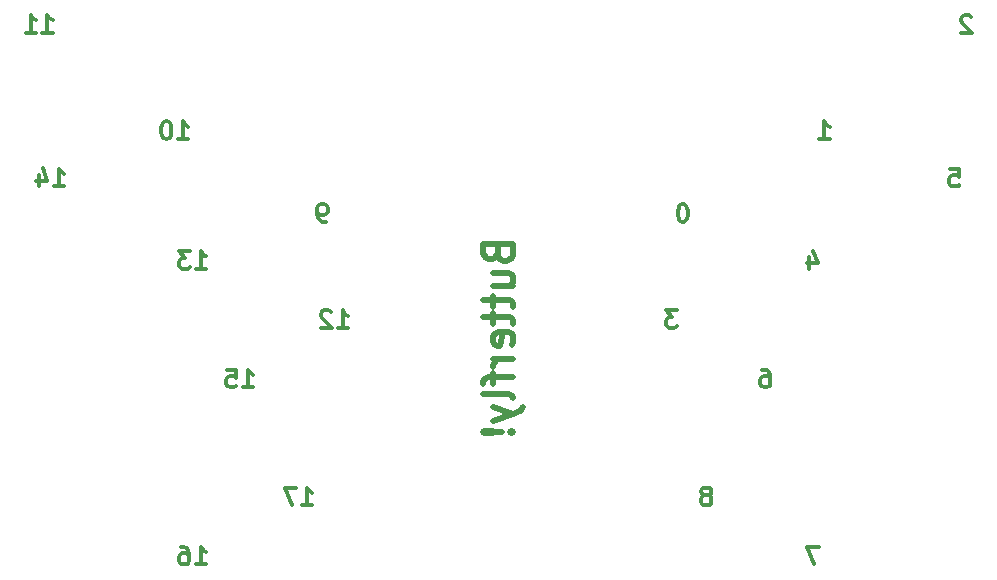
<source format=gbo>
G04 #@! TF.FileFunction,Legend,Bot*
%FSLAX46Y46*%
G04 Gerber Fmt 4.6, Leading zero omitted, Abs format (unit mm)*
G04 Created by KiCad (PCBNEW 4.0.7) date Monday, September 03, 2018 'PMt' 09:38:33 PM*
%MOMM*%
%LPD*%
G01*
G04 APERTURE LIST*
%ADD10C,0.100000*%
%ADD11C,0.500000*%
%ADD12C,0.300000*%
G04 APERTURE END LIST*
D10*
D11*
X99821429Y-98857143D02*
X99940476Y-99214286D01*
X100059524Y-99333334D01*
X100297619Y-99452382D01*
X100654762Y-99452382D01*
X100892857Y-99333334D01*
X101011905Y-99214286D01*
X101130952Y-98976191D01*
X101130952Y-98023810D01*
X98630952Y-98023810D01*
X98630952Y-98857143D01*
X98750000Y-99095239D01*
X98869048Y-99214286D01*
X99107143Y-99333334D01*
X99345238Y-99333334D01*
X99583333Y-99214286D01*
X99702381Y-99095239D01*
X99821429Y-98857143D01*
X99821429Y-98023810D01*
X99464286Y-101595239D02*
X101130952Y-101595239D01*
X99464286Y-100523810D02*
X100773810Y-100523810D01*
X101011905Y-100642858D01*
X101130952Y-100880953D01*
X101130952Y-101238096D01*
X101011905Y-101476191D01*
X100892857Y-101595239D01*
X99464286Y-102428572D02*
X99464286Y-103380953D01*
X98630952Y-102785715D02*
X100773810Y-102785715D01*
X101011905Y-102904763D01*
X101130952Y-103142858D01*
X101130952Y-103380953D01*
X99464286Y-103857143D02*
X99464286Y-104809524D01*
X98630952Y-104214286D02*
X100773810Y-104214286D01*
X101011905Y-104333334D01*
X101130952Y-104571429D01*
X101130952Y-104809524D01*
X101011905Y-106595238D02*
X101130952Y-106357143D01*
X101130952Y-105880952D01*
X101011905Y-105642857D01*
X100773810Y-105523809D01*
X99821429Y-105523809D01*
X99583333Y-105642857D01*
X99464286Y-105880952D01*
X99464286Y-106357143D01*
X99583333Y-106595238D01*
X99821429Y-106714286D01*
X100059524Y-106714286D01*
X100297619Y-105523809D01*
X101130952Y-107785714D02*
X99464286Y-107785714D01*
X99940476Y-107785714D02*
X99702381Y-107904762D01*
X99583333Y-108023809D01*
X99464286Y-108261905D01*
X99464286Y-108500000D01*
X99464286Y-108976190D02*
X99464286Y-109928571D01*
X101130952Y-109333333D02*
X98988095Y-109333333D01*
X98750000Y-109452381D01*
X98630952Y-109690476D01*
X98630952Y-109928571D01*
X101130952Y-111119047D02*
X101011905Y-110880952D01*
X100773810Y-110761904D01*
X98630952Y-110761904D01*
X99464286Y-111833333D02*
X101130952Y-112428571D01*
X99464286Y-113023809D02*
X101130952Y-112428571D01*
X101726190Y-112190476D01*
X101845238Y-112071428D01*
X101964286Y-111833333D01*
X100892857Y-113976190D02*
X101011905Y-114095238D01*
X101130952Y-113976190D01*
X101011905Y-113857142D01*
X100892857Y-113976190D01*
X101130952Y-113976190D01*
X100178571Y-113976190D02*
X98750000Y-113857142D01*
X98630952Y-113976190D01*
X98750000Y-114095238D01*
X100178571Y-113976190D01*
X98630952Y-113976190D01*
D12*
X83285714Y-120178571D02*
X84142857Y-120178571D01*
X83714285Y-120178571D02*
X83714285Y-118678571D01*
X83857142Y-118892857D01*
X84000000Y-119035714D01*
X84142857Y-119107143D01*
X82785714Y-118678571D02*
X81785714Y-118678571D01*
X82428571Y-120178571D01*
X74285714Y-125178571D02*
X75142857Y-125178571D01*
X74714285Y-125178571D02*
X74714285Y-123678571D01*
X74857142Y-123892857D01*
X75000000Y-124035714D01*
X75142857Y-124107143D01*
X73000000Y-123678571D02*
X73285714Y-123678571D01*
X73428571Y-123750000D01*
X73500000Y-123821429D01*
X73642857Y-124035714D01*
X73714286Y-124321429D01*
X73714286Y-124892857D01*
X73642857Y-125035714D01*
X73571429Y-125107143D01*
X73428571Y-125178571D01*
X73142857Y-125178571D01*
X73000000Y-125107143D01*
X72928571Y-125035714D01*
X72857143Y-124892857D01*
X72857143Y-124535714D01*
X72928571Y-124392857D01*
X73000000Y-124321429D01*
X73142857Y-124250000D01*
X73428571Y-124250000D01*
X73571429Y-124321429D01*
X73642857Y-124392857D01*
X73714286Y-124535714D01*
X78285714Y-110178571D02*
X79142857Y-110178571D01*
X78714285Y-110178571D02*
X78714285Y-108678571D01*
X78857142Y-108892857D01*
X79000000Y-109035714D01*
X79142857Y-109107143D01*
X76928571Y-108678571D02*
X77642857Y-108678571D01*
X77714286Y-109392857D01*
X77642857Y-109321429D01*
X77500000Y-109250000D01*
X77142857Y-109250000D01*
X77000000Y-109321429D01*
X76928571Y-109392857D01*
X76857143Y-109535714D01*
X76857143Y-109892857D01*
X76928571Y-110035714D01*
X77000000Y-110107143D01*
X77142857Y-110178571D01*
X77500000Y-110178571D01*
X77642857Y-110107143D01*
X77714286Y-110035714D01*
X62285714Y-93178571D02*
X63142857Y-93178571D01*
X62714285Y-93178571D02*
X62714285Y-91678571D01*
X62857142Y-91892857D01*
X63000000Y-92035714D01*
X63142857Y-92107143D01*
X61000000Y-92178571D02*
X61000000Y-93178571D01*
X61357143Y-91607143D02*
X61714286Y-92678571D01*
X60785714Y-92678571D01*
X74285714Y-100178571D02*
X75142857Y-100178571D01*
X74714285Y-100178571D02*
X74714285Y-98678571D01*
X74857142Y-98892857D01*
X75000000Y-99035714D01*
X75142857Y-99107143D01*
X73785714Y-98678571D02*
X72857143Y-98678571D01*
X73357143Y-99250000D01*
X73142857Y-99250000D01*
X73000000Y-99321429D01*
X72928571Y-99392857D01*
X72857143Y-99535714D01*
X72857143Y-99892857D01*
X72928571Y-100035714D01*
X73000000Y-100107143D01*
X73142857Y-100178571D01*
X73571429Y-100178571D01*
X73714286Y-100107143D01*
X73785714Y-100035714D01*
X86285714Y-105178571D02*
X87142857Y-105178571D01*
X86714285Y-105178571D02*
X86714285Y-103678571D01*
X86857142Y-103892857D01*
X87000000Y-104035714D01*
X87142857Y-104107143D01*
X85714286Y-103821429D02*
X85642857Y-103750000D01*
X85500000Y-103678571D01*
X85142857Y-103678571D01*
X85000000Y-103750000D01*
X84928571Y-103821429D01*
X84857143Y-103964286D01*
X84857143Y-104107143D01*
X84928571Y-104321429D01*
X85785714Y-105178571D01*
X84857143Y-105178571D01*
X61285714Y-80178571D02*
X62142857Y-80178571D01*
X61714285Y-80178571D02*
X61714285Y-78678571D01*
X61857142Y-78892857D01*
X62000000Y-79035714D01*
X62142857Y-79107143D01*
X59857143Y-80178571D02*
X60714286Y-80178571D01*
X60285714Y-80178571D02*
X60285714Y-78678571D01*
X60428571Y-78892857D01*
X60571429Y-79035714D01*
X60714286Y-79107143D01*
X72785714Y-89178571D02*
X73642857Y-89178571D01*
X73214285Y-89178571D02*
X73214285Y-87678571D01*
X73357142Y-87892857D01*
X73500000Y-88035714D01*
X73642857Y-88107143D01*
X71857143Y-87678571D02*
X71714286Y-87678571D01*
X71571429Y-87750000D01*
X71500000Y-87821429D01*
X71428571Y-87964286D01*
X71357143Y-88250000D01*
X71357143Y-88607143D01*
X71428571Y-88892857D01*
X71500000Y-89035714D01*
X71571429Y-89107143D01*
X71714286Y-89178571D01*
X71857143Y-89178571D01*
X72000000Y-89107143D01*
X72071429Y-89035714D01*
X72142857Y-88892857D01*
X72214286Y-88607143D01*
X72214286Y-88250000D01*
X72142857Y-87964286D01*
X72071429Y-87821429D01*
X72000000Y-87750000D01*
X71857143Y-87678571D01*
X85285714Y-96178571D02*
X84999999Y-96178571D01*
X84857142Y-96107143D01*
X84785714Y-96035714D01*
X84642856Y-95821429D01*
X84571428Y-95535714D01*
X84571428Y-94964286D01*
X84642856Y-94821429D01*
X84714285Y-94750000D01*
X84857142Y-94678571D01*
X85142856Y-94678571D01*
X85285714Y-94750000D01*
X85357142Y-94821429D01*
X85428571Y-94964286D01*
X85428571Y-95321429D01*
X85357142Y-95464286D01*
X85285714Y-95535714D01*
X85142856Y-95607143D01*
X84857142Y-95607143D01*
X84714285Y-95535714D01*
X84642856Y-95464286D01*
X84571428Y-95321429D01*
X117642856Y-119321429D02*
X117785714Y-119250000D01*
X117857142Y-119178571D01*
X117928571Y-119035714D01*
X117928571Y-118964286D01*
X117857142Y-118821429D01*
X117785714Y-118750000D01*
X117642856Y-118678571D01*
X117357142Y-118678571D01*
X117214285Y-118750000D01*
X117142856Y-118821429D01*
X117071428Y-118964286D01*
X117071428Y-119035714D01*
X117142856Y-119178571D01*
X117214285Y-119250000D01*
X117357142Y-119321429D01*
X117642856Y-119321429D01*
X117785714Y-119392857D01*
X117857142Y-119464286D01*
X117928571Y-119607143D01*
X117928571Y-119892857D01*
X117857142Y-120035714D01*
X117785714Y-120107143D01*
X117642856Y-120178571D01*
X117357142Y-120178571D01*
X117214285Y-120107143D01*
X117142856Y-120035714D01*
X117071428Y-119892857D01*
X117071428Y-119607143D01*
X117142856Y-119464286D01*
X117214285Y-119392857D01*
X117357142Y-119321429D01*
X126999999Y-123678571D02*
X125999999Y-123678571D01*
X126642856Y-125178571D01*
X122214285Y-108678571D02*
X122499999Y-108678571D01*
X122642856Y-108750000D01*
X122714285Y-108821429D01*
X122857142Y-109035714D01*
X122928571Y-109321429D01*
X122928571Y-109892857D01*
X122857142Y-110035714D01*
X122785714Y-110107143D01*
X122642856Y-110178571D01*
X122357142Y-110178571D01*
X122214285Y-110107143D01*
X122142856Y-110035714D01*
X122071428Y-109892857D01*
X122071428Y-109535714D01*
X122142856Y-109392857D01*
X122214285Y-109321429D01*
X122357142Y-109250000D01*
X122642856Y-109250000D01*
X122785714Y-109321429D01*
X122857142Y-109392857D01*
X122928571Y-109535714D01*
X138142856Y-91678571D02*
X138857142Y-91678571D01*
X138928571Y-92392857D01*
X138857142Y-92321429D01*
X138714285Y-92250000D01*
X138357142Y-92250000D01*
X138214285Y-92321429D01*
X138142856Y-92392857D01*
X138071428Y-92535714D01*
X138071428Y-92892857D01*
X138142856Y-93035714D01*
X138214285Y-93107143D01*
X138357142Y-93178571D01*
X138714285Y-93178571D01*
X138857142Y-93107143D01*
X138928571Y-93035714D01*
X126214285Y-99178571D02*
X126214285Y-100178571D01*
X126571428Y-98607143D02*
X126928571Y-99678571D01*
X125999999Y-99678571D01*
X114999999Y-103678571D02*
X114071428Y-103678571D01*
X114571428Y-104250000D01*
X114357142Y-104250000D01*
X114214285Y-104321429D01*
X114142856Y-104392857D01*
X114071428Y-104535714D01*
X114071428Y-104892857D01*
X114142856Y-105035714D01*
X114214285Y-105107143D01*
X114357142Y-105178571D01*
X114785714Y-105178571D01*
X114928571Y-105107143D01*
X114999999Y-105035714D01*
X139928571Y-78821429D02*
X139857142Y-78750000D01*
X139714285Y-78678571D01*
X139357142Y-78678571D01*
X139214285Y-78750000D01*
X139142856Y-78821429D01*
X139071428Y-78964286D01*
X139071428Y-79107143D01*
X139142856Y-79321429D01*
X139999999Y-80178571D01*
X139071428Y-80178571D01*
X127071428Y-89178571D02*
X127928571Y-89178571D01*
X127499999Y-89178571D02*
X127499999Y-87678571D01*
X127642856Y-87892857D01*
X127785714Y-88035714D01*
X127928571Y-88107143D01*
X115571428Y-94678571D02*
X115428571Y-94678571D01*
X115285714Y-94750000D01*
X115214285Y-94821429D01*
X115142856Y-94964286D01*
X115071428Y-95250000D01*
X115071428Y-95607143D01*
X115142856Y-95892857D01*
X115214285Y-96035714D01*
X115285714Y-96107143D01*
X115428571Y-96178571D01*
X115571428Y-96178571D01*
X115714285Y-96107143D01*
X115785714Y-96035714D01*
X115857142Y-95892857D01*
X115928571Y-95607143D01*
X115928571Y-95250000D01*
X115857142Y-94964286D01*
X115785714Y-94821429D01*
X115714285Y-94750000D01*
X115571428Y-94678571D01*
M02*

</source>
